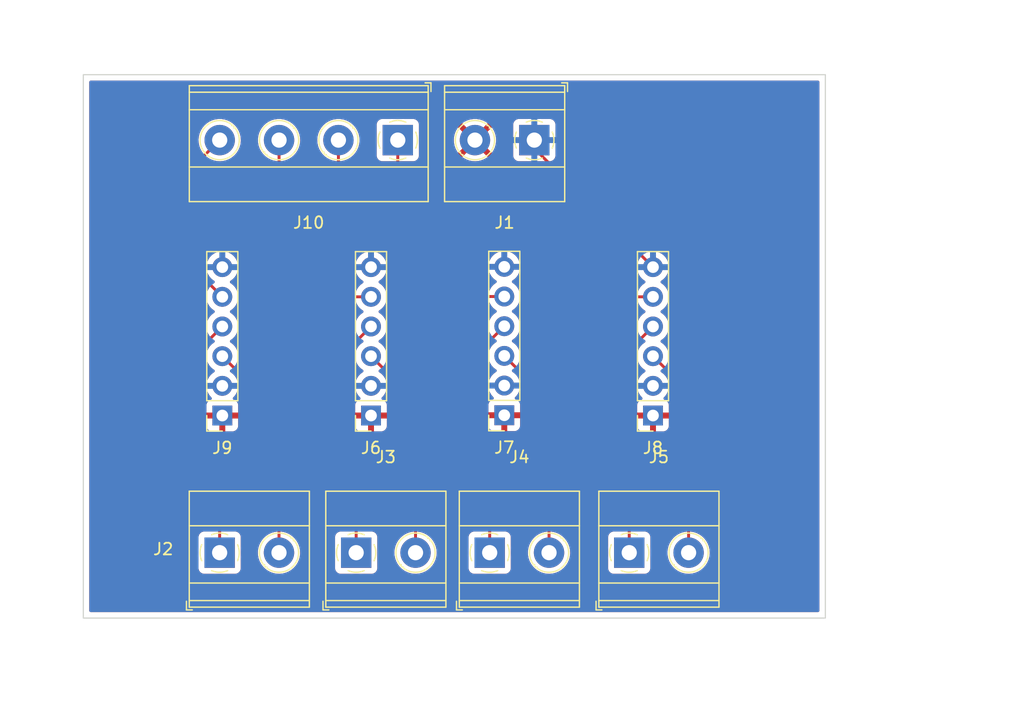
<source format=kicad_pcb>
(kicad_pcb (version 20211014) (generator pcbnew)
  (layers (0 "F.Cu" signal) (31 "B.Cu" signal) (34 "B.Paste" user) (35 "F.Paste" user) (36 "B.SilkS" user "B.Silkscreen") (37 "F.SilkS" user "F.Silkscreen") (38 "B.Mask" user) (39 "F.Mask" user) (44 "Edge.Cuts" user))
  (net 0 "")
  (net 1 "GND")
  (net 2 "+24V")
  (net 3 "Net-(J2-Pad2)")
  (net 4 "Net-(J2-Pad1)")
  (net 5 "Net-(J3-Pad2)")
  (net 6 "Net-(J3-Pad1)")
  (net 7 "Net-(J4-Pad2)")
  (net 8 "Net-(J4-Pad1)")
  (net 9 "Net-(J5-Pad2)")
  (net 10 "Net-(J5-Pad1)")
  (net 11 "Net-(J10-Pad4)")
  (net 12 "Net-(J8-Pad5)")
  (net 13 "Net-(J6-Pad5)")
  (net 14 "Net-(J7-Pad5)")
  (footprint "Connector_PinSocket_2.54mm:PinSocket_1x06_P2.54mm_Vertical" (layer "F.Cu") (at 71.12 90.17 180)
    (fp_text reference "J6" (at 0 -2.77) (layer "F.SilkS"))
    (fp_text value "Conn_01x06_Female")
    (fp_line (start 1.33 -1.33) (end 1.33 0) (layer "F.SilkS") (width 0.12))
    (fp_line (start -1.33 1.27) (end -1.33 14.03) (layer "F.SilkS") (width 0.12))
    (fp_line (start 1.33 1.27) (end 1.33 14.03) (layer "F.SilkS") (width 0.12))
    (fp_line (start -1.33 14.03) (end 1.33 14.03) (layer "F.SilkS") (width 0.12))
    (fp_line (start 0 -1.33) (end 1.33 -1.33) (layer "F.SilkS") (width 0.12))
    (fp_line (start -1.33 1.27) (end 1.33 1.27) (layer "F.SilkS") (width 0.12))
    (pad "1" thru_hole rect (at 0 0 180) (size 1.7 1.7) (drill 1) (layers *.Cu *.Mask) (net 2 "+24V"))
    (pad "2" thru_hole oval (at 0 2.54 180) (size 1.7 1.7) (drill 1) (layers *.Cu *.Mask) (net 1 "GND"))
    (pad "3" thru_hole oval (at 0 5.08 180) (size 1.7 1.7) (drill 1) (layers *.Cu *.Mask) (net 5 "Net-(J3-Pad2)"))
    (pad "4" thru_hole oval (at 0 7.62 180) (size 1.7 1.7) (drill 1) (layers *.Cu *.Mask) (net 6 "Net-(J3-Pad1)"))
    (pad "5" thru_hole oval (at 0 10.16 180) (size 1.7 1.7) (drill 1) (layers *.Cu *.Mask) (net 13 "Net-(J6-Pad5)"))
    (pad "6" thru_hole oval (at 0 12.7 180) (size 1.7 1.7) (drill 1) (layers *.Cu *.Mask) (net 1 "GND"))
  )
  (footprint "Connector_PinSocket_2.54mm:PinSocket_1x06_P2.54mm_Vertical" (layer "F.Cu") (at 82.525 90.145 180)
    (fp_text reference "J7" (at 0 -2.77) (layer "F.SilkS"))
    (fp_text value "Conn_01x06_Female")
    (fp_line (start 1.33 -1.33) (end 1.33 0) (layer "F.SilkS") (width 0.12))
    (fp_line (start -1.33 1.27) (end 1.33 1.27) (layer "F.SilkS") (width 0.12))
    (fp_line (start -1.33 14.03) (end 1.33 14.03) (layer "F.SilkS") (width 0.12))
    (fp_line (start 0 -1.33) (end 1.33 -1.33) (layer "F.SilkS") (width 0.12))
    (fp_line (start -1.33 1.27) (end -1.33 14.03) (layer "F.SilkS") (width 0.12))
    (fp_line (start 1.33 1.27) (end 1.33 14.03) (layer "F.SilkS") (width 0.12))
    (pad "1" thru_hole rect (at 0 0 180) (size 1.7 1.7) (drill 1) (layers *.Cu *.Mask) (net 2 "+24V"))
    (pad "2" thru_hole oval (at 0 2.54 180) (size 1.7 1.7) (drill 1) (layers *.Cu *.Mask) (net 1 "GND"))
    (pad "3" thru_hole oval (at 0 5.08 180) (size 1.7 1.7) (drill 1) (layers *.Cu *.Mask) (net 7 "Net-(J4-Pad2)"))
    (pad "4" thru_hole oval (at 0 7.62 180) (size 1.7 1.7) (drill 1) (layers *.Cu *.Mask) (net 8 "Net-(J4-Pad1)"))
    (pad "5" thru_hole oval (at 0 10.16 180) (size 1.7 1.7) (drill 1) (layers *.Cu *.Mask) (net 14 "Net-(J7-Pad5)"))
    (pad "6" thru_hole oval (at 0 12.7 180) (size 1.7 1.7) (drill 1) (layers *.Cu *.Mask) (net 1 "GND"))
  )
  (footprint "TerminalBlock_Phoenix:TerminalBlock_Phoenix_MKDS-1,5-2-5.08_1x02_P5.08mm_Horizontal" (layer "F.Cu") (at 69.85 101.905)
    (fp_text reference "J3" (at 2.54 -8.179) (layer "F.SilkS"))
    (fp_text value "Thermocouple_Terminal")
    (fp_line (start -2.6 -2.301) (end 7.68 -2.301) (layer "F.SilkS") (width 0.12))
    (fp_line (start 4.046 1.239) (end 4.011 1.274) (layer "F.SilkS") (width 0.12))
    (fp_line (start -2.6 2.6) (end 7.68 2.6) (layer "F.SilkS") (width 0.12))
    (fp_line (start 6.355 -1.069) (end 6.308 -1.023) (layer "F.SilkS") (width 0.12))
    (fp_line (start 6.15 -1.275) (end 6.115 -1.239) (layer "F.SilkS") (width 0.12))
    (fp_line (start -2.6 4.1) (end 7.68 4.1) (layer "F.SilkS") (width 0.12))
    (fp_line (start -2.6 -5.261) (end -2.6 4.66) (layer "F.SilkS") (width 0.12))
    (fp_line (start -2.6 -5.261) (end 7.68 -5.261) (layer "F.SilkS") (width 0.12))
    (fp_line (start -2.6 4.66) (end 7.68 4.66) (layer "F.SilkS") (width 0.12))
    (fp_line (start -2.84 4.16) (end -2.84 4.9) (layer "F.SilkS") (width 0.12))
    (fp_line (start 3.853 1.023) (end 3.806 1.069) (layer "F.SilkS") (width 0.12))
    (fp_line (start -2.84 4.9) (end -2.34 4.9) (layer "F.SilkS") (width 0.12))
    (fp_line (start 7.68 -5.261) (end 7.68 4.66) (layer "F.SilkS") (width 0.12))
    (fp_arc (start 0.683318 1.534756) (mid 0.349292 1.643288) (end 0 1.68) (layer "F.SilkS") (width 0.12))
    (fp_arc (start -0.683042 -1.535427) (mid 0.000524 -1.680501) (end 0.684 -1.535) (layer "F.SilkS") (width 0.12))
    (fp_arc (start -1.535427 0.683042) (mid -1.680501 -0.000524) (end -1.535 -0.684) (layer "F.SilkS") (width 0.12))
    (fp_arc (start 1.535427 -0.683042) (mid 1.680501 0.000524) (end 1.535 0.684) (layer "F.SilkS") (width 0.12))
    (fp_arc (start 0.028805 1.680253) (mid -0.335551 1.646659) (end -0.684 1.535) (layer "F.SilkS") (width 0.12))
    (fp_circle (center 5.08 0) (end 6.76 0) (layer "F.SilkS") (width 0.12) (fill none))
    (pad "1" thru_hole rect locked (at 0 0) (size 2.6 2.6) (drill 1.3) (layers *.Cu *.Mask) (net 6 "Net-(J3-Pad1)"))
    (pad "2" thru_hole circle locked (at 5.08 0) (size 2.6 2.6) (drill 1.3) (layers *.Cu *.Mask) (net 5 "Net-(J3-Pad2)"))
  )
  (footprint "TerminalBlock_Phoenix:TerminalBlock_Phoenix_MKDS-1,5-2-5.08_1x02_P5.08mm_Horizontal" (layer "F.Cu") (at 85.095 66.6 180)
    (fp_text reference "J1" (at 2.545 -7.06) (layer "F.SilkS"))
    (fp_text value "Input_Screw_Terminal")
    (fp_line (start -2.6 4.66) (end 7.68 4.66) (layer "F.SilkS") (width 0.12))
    (fp_line (start -2.6 -2.301) (end 7.68 -2.301) (layer "F.SilkS") (width 0.12))
    (fp_line (start 7.68 -5.261) (end 7.68 4.66) (layer "F.SilkS") (width 0.12))
    (fp_line (start -2.6 -5.261) (end 7.68 -5.261) (layer "F.SilkS") (width 0.12))
    (fp_line (start -2.84 4.16) (end -2.84 4.9) (layer "F.SilkS") (width 0.12))
    (fp_line (start -2.6 -5.261) (end -2.6 4.66) (layer "F.SilkS") (width 0.12))
    (fp_line (start -2.6 2.6) (end 7.68 2.6) (layer "F.SilkS") (width 0.12))
    (fp_line (start 6.355 -1.069) (end 6.308 -1.023) (layer "F.SilkS") (width 0.12))
    (fp_line (start -2.6 4.1) (end 7.68 4.1) (layer "F.SilkS") (width 0.12))
    (fp_line (start -2.84 4.9) (end -2.34 4.9) (layer "F.SilkS") (width 0.12))
    (fp_line (start 6.15 -1.275) (end 6.115 -1.239) (layer "F.SilkS") (width 0.12))
    (fp_line (start 3.853 1.023) (end 3.806 1.069) (layer "F.SilkS") (width 0.12))
    (fp_line (start 4.046 1.239) (end 4.011 1.274) (layer "F.SilkS") (width 0.12))
    (fp_arc (start 0.683318 1.534756) (mid 0.349292 1.643288) (end 0 1.68) (layer "F.SilkS") (width 0.12))
    (fp_arc (start 0.028805 1.680253) (mid -0.335551 1.646659) (end -0.684 1.535) (layer "F.SilkS") (width 0.12))
    (fp_arc (start 1.535427 -0.683042) (mid 1.680501 0.000524) (end 1.535 0.684) (layer "F.SilkS") (width 0.12))
    (fp_arc (start -0.683042 -1.535427) (mid 0.000524 -1.680501) (end 0.684 -1.535) (layer "F.SilkS") (width 0.12))
    (fp_arc (start -1.535427 0.683042) (mid -1.680501 -0.000524) (end -1.535 -0.684) (layer "F.SilkS") (width 0.12))
    (fp_circle (center 5.08 0) (end 6.76 0) (layer "F.SilkS") (width 0.12) (fill none))
    (pad "1" thru_hole rect locked (at 0 0 180) (size 2.6 2.6) (drill 1.3) (layers *.Cu *.Mask) (net 1 "GND"))
    (pad "2" thru_hole circle locked (at 5.08 0 180) (size 2.6 2.6) (drill 1.3) (layers *.Cu *.Mask) (net 2 "+24V"))
  )
  (footprint "TerminalBlock_Phoenix:TerminalBlock_Phoenix_MKDS-1,5-2-5.08_1x02_P5.08mm_Horizontal" (layer "F.Cu") (at 58.166 101.905)
    (fp_text reference "J2" (at -4.826 -0.305) (layer "F.SilkS"))
    (fp_text value "Thermocouple_Terminal")
    (fp_line (start -2.84 4.9) (end -2.34 4.9) (layer "F.SilkS") (width 0.12))
    (fp_line (start -2.6 2.6) (end 7.68 2.6) (layer "F.SilkS") (width 0.12))
    (fp_line (start -2.6 4.1) (end 7.68 4.1) (layer "F.SilkS") (width 0.12))
    (fp_line (start -2.6 -5.261) (end 7.68 -5.261) (layer "F.SilkS") (width 0.12))
    (fp_line (start -2.6 -2.301) (end 7.68 -2.301) (layer "F.SilkS") (width 0.12))
    (fp_line (start -2.84 4.16) (end -2.84 4.9) (layer "F.SilkS") (width 0.12))
    (fp_line (start -2.6 4.66) (end 7.68 4.66) (layer "F.SilkS") (width 0.12))
    (fp_line (start -2.6 -5.261) (end -2.6 4.66) (layer "F.SilkS") (width 0.12))
    (fp_line (start 4.046 1.239) (end 4.011 1.274) (layer "F.SilkS") (width 0.12))
    (fp_line (start 7.68 -5.261) (end 7.68 4.66) (layer "F.SilkS") (width 0.12))
    (fp_line (start 3.853 1.023) (end 3.806 1.069) (layer "F.SilkS") (width 0.12))
    (fp_line (start 6.355 -1.069) (end 6.308 -1.023) (layer "F.SilkS") (width 0.12))
    (fp_line (start 6.15 -1.275) (end 6.115 -1.239) (layer "F.SilkS") (width 0.12))
    (fp_arc (start 0.028805 1.680253) (mid -0.335551 1.646659) (end -0.684 1.535) (layer "F.SilkS") (width 0.12))
    (fp_arc (start -1.535427 0.683042) (mid -1.680501 -0.000524) (end -1.535 -0.684) (layer "F.SilkS") (width 0.12))
    (fp_arc (start -0.683042 -1.535427) (mid 0.000524 -1.680501) (end 0.684 -1.535) (layer "F.SilkS") (width 0.12))
    (fp_arc (start 0.683318 1.534756) (mid 0.349292 1.643288) (end 0 1.68) (layer "F.SilkS") (width 0.12))
    (fp_arc (start 1.535427 -0.683042) (mid 1.680501 0.000524) (end 1.535 0.684) (layer "F.SilkS") (width 0.12))
    (fp_circle (center 5.08 0) (end 6.76 0) (layer "F.SilkS") (width 0.12) (fill none))
    (pad "1" thru_hole rect locked (at 0 0) (size 2.6 2.6) (drill 1.3) (layers *.Cu *.Mask) (net 4 "Net-(J2-Pad1)"))
    (pad "2" thru_hole circle locked (at 5.08 0) (size 2.6 2.6) (drill 1.3) (layers *.Cu *.Mask) (net 3 "Net-(J2-Pad2)"))
  )
  (footprint "TerminalBlock_Phoenix:TerminalBlock_Phoenix_MKDS-1,5-4-5.08_1x04_P5.08mm_Horizontal" (layer "F.Cu") (at 73.411 66.6 180)
    (fp_text reference "J10" (at 7.62 -7.06) (layer "F.SilkS"))
    (fp_text value "Output_Screw_Terminal")
    (fp_line (start 14.013 1.023) (end 13.966 1.069) (layer "F.SilkS") (width 0.12))
    (fp_line (start 4.046 1.239) (end 4.011 1.274) (layer "F.SilkS") (width 0.12))
    (fp_line (start 9.126 1.239) (end 9.091 1.274) (layer "F.SilkS") (width 0.12))
    (fp_line (start 16.515 -1.069) (end 16.468 -1.023) (layer "F.SilkS") (width 0.12))
    (fp_line (start -2.6 2.6) (end 17.84 2.6) (layer "F.SilkS") (width 0.12))
    (fp_line (start 14.206 1.239) (end 14.171 1.274) (layer "F.SilkS") (width 0.12))
    (fp_line (start -2.6 -5.261) (end -2.6 4.66) (layer "F.SilkS") (width 0.12))
    (fp_line (start 6.355 -1.069) (end 6.308 -1.023) (layer "F.SilkS") (width 0.12))
    (fp_line (start 11.435 -1.069) (end 11.388 -1.023) (layer "F.SilkS") (width 0.12))
    (fp_line (start -2.84 4.16) (end -2.84 4.9) (layer "F.SilkS") (width 0.12))
    (fp_line (start 3.853 1.023) (end 3.806 1.069) (layer "F.SilkS") (width 0.12))
    (fp_line (start 17.84 -5.261) (end 17.84 4.66) (layer "F.SilkS") (width 0.12))
    (fp_line (start 8.933 1.023) (end 8.886 1.069) (layer "F.SilkS") (width 0.12))
    (fp_line (start 11.23 -1.275) (end 11.195 -1.239) (layer "F.SilkS") (width 0.12))
    (fp_line (start 16.31 -1.275) (end 16.275 -1.239) (layer "F.SilkS") (width 0.12))
    (fp_line (start 6.15 -1.275) (end 6.115 -1.239) (layer "F.SilkS") (width 0.12))
    (fp_line (start -2.6 4.66) (end 17.84 4.66) (layer "F.SilkS") (width 0.12))
    (fp_line (start -2.6 -5.261) (end 17.84 -5.261) (layer "F.SilkS") (width 0.12))
    (fp_line (start -2.84 4.9) (end -2.34 4.9) (layer "F.SilkS") (width 0.12))
    (fp_line (start -2.6 4.1) (end 17.84 4.1) (layer "F.SilkS") (width 0.12))
    (fp_line (start -2.6 -2.301) (end 17.84 -2.301) (layer "F.SilkS") (width 0.12))
    (fp_arc (start 0.683318 1.534756) (mid 0.349292 1.643288) (end 0 1.68) (layer "F.SilkS") (width 0.12))
    (fp_arc (start 1.535427 -0.683042) (mid 1.680501 0.000524) (end 1.535 0.684) (layer "F.SilkS") (width 0.12))
    (fp_arc (start -0.683042 -1.535427) (mid 0.000524 -1.680501) (end 0.684 -1.535) (layer "F.SilkS") (width 0.12))
    (fp_arc (start 0.028805 1.680253) (mid -0.335551 1.646659) (end -0.684 1.535) (layer "F.SilkS") (width 0.12))
    (fp_arc (start -1.535427 0.683042) (mid -1.680501 -0.000524) (end -1.535 -0.684) (layer "F.SilkS") (width 0.12))
    (fp_circle (center 15.24 0) (end 16.92 0) (layer "F.SilkS") (width 0.12) (fill none))
    (fp_circle (center 10.16 0) (end 11.84 0) (layer "F.SilkS") (width 0.12) (fill none))
    (fp_circle (center 5.08 0) (end 6.76 0) (layer "F.SilkS") (width 0.12) (fill none))
    (pad "1" thru_hole rect locked (at 0 0 180) (size 2.6 2.6) (drill 1.3) (layers *.Cu *.Mask) (net 12 "Net-(J8-Pad5)"))
    (pad "2" thru_hole circle locked (at 5.08 0 180) (size 2.6 2.6) (drill 1.3) (layers *.Cu *.Mask) (net 14 "Net-(J7-Pad5)"))
    (pad "3" thru_hole circle locked (at 10.16 0 180) (size 2.6 2.6) (drill 1.3) (layers *.Cu *.Mask) (net 13 "Net-(J6-Pad5)"))
    (pad "4" thru_hole circle locked (at 15.24 0 180) (size 2.6 2.6) (drill 1.3) (layers *.Cu *.Mask) (net 11 "Net-(J10-Pad4)"))
  )
  (footprint "Connector_PinSocket_2.54mm:PinSocket_1x06_P2.54mm_Vertical" (layer "F.Cu") (at 95.25 90.17 180)
    (fp_text reference "J8" (at 0 -2.77) (layer "F.SilkS"))
    (fp_text value "Conn_01x06_Female")
    (fp_line (start 1.33 1.27) (end 1.33 14.03) (layer "F.SilkS") (width 0.12))
    (fp_line (start -1.33 1.27) (end -1.33 14.03) (layer "F.SilkS") (width 0.12))
    (fp_line (start -1.33 14.03) (end 1.33 14.03) (layer "F.SilkS") (width 0.12))
    (fp_line (start 0 -1.33) (end 1.33 -1.33) (layer "F.SilkS") (width 0.12))
    (fp_line (start 1.33 -1.33) (end 1.33 0) (layer "F.SilkS") (width 0.12))
    (fp_line (start -1.33 1.27) (end 1.33 1.27) (layer "F.SilkS") (width 0.12))
    (pad "1" thru_hole rect (at 0 0 180) (size 1.7 1.7) (drill 1) (layers *.Cu *.Mask) (net 2 "+24V"))
    (pad "2" thru_hole oval (at 0 2.54 180) (size 1.7 1.7) (drill 1) (layers *.Cu *.Mask) (net 1 "GND"))
    (pad "3" thru_hole oval (at 0 5.08 180) (size 1.7 1.7) (drill 1) (layers *.Cu *.Mask) (net 9 "Net-(J5-Pad2)"))
    (pad "4" thru_hole oval (at 0 7.62 180) (size 1.7 1.7) (drill 1) (layers *.Cu *.Mask) (net 10 "Net-(J5-Pad1)"))
    (pad "5" thru_hole oval (at 0 10.16 180) (size 1.7 1.7) (drill 1) (layers *.Cu *.Mask) (net 12 "Net-(J8-Pad5)"))
    (pad "6" thru_hole oval (at 0 12.7 180) (size 1.7 1.7) (drill 1) (layers *.Cu *.Mask) (net 1 "GND"))
  )
  (footprint "Connector_PinSocket_2.54mm:PinSocket_1x06_P2.54mm_Vertical" (layer "F.Cu") (at 58.395 90.17 180)
    (fp_text reference "J9" (at 0 -2.77) (layer "F.SilkS"))
    (fp_text value "Conn_01x06_Female")
    (fp_line (start -1.33 14.03) (end 1.33 14.03) (layer "F.SilkS") (width 0.12))
    (fp_line (start 1.33 1.27) (end 1.33 14.03) (layer "F.SilkS") (width 0.12))
    (fp_line (start 0 -1.33) (end 1.33 -1.33) (layer "F.SilkS") (width 0.12))
    (fp_line (start -1.33 1.27) (end -1.33 14.03) (layer "F.SilkS") (width 0.12))
    (fp_line (start 1.33 -1.33) (end 1.33 0) (layer "F.SilkS") (width 0.12))
    (fp_line (start -1.33 1.27) (end 1.33 1.27) (layer "F.SilkS") (width 0.12))
    (pad "1" thru_hole rect (at 0 0 180) (size 1.7 1.7) (drill 1) (layers *.Cu *.Mask) (net 2 "+24V"))
    (pad "2" thru_hole oval (at 0 2.54 180) (size 1.7 1.7) (drill 1) (layers *.Cu *.Mask) (net 1 "GND"))
    (pad "3" thru_hole oval (at 0 5.08 180) (size 1.7 1.7) (drill 1) (layers *.Cu *.Mask) (net 3 "Net-(J2-Pad2)"))
    (pad "4" thru_hole oval (at 0 7.62 180) (size 1.7 1.7) (drill 1) (layers *.Cu *.Mask) (net 4 "Net-(J2-Pad1)"))
    (pad "5" thru_hole oval (at 0 10.16 180) (size 1.7 1.7) (drill 1) (layers *.Cu *.Mask) (net 11 "Net-(J10-Pad4)"))
    (pad "6" thru_hole oval (at 0 12.7 180) (size 1.7 1.7) (drill 1) (layers *.Cu *.Mask) (net 1 "GND"))
  )
  (footprint "TerminalBlock_Phoenix:TerminalBlock_Phoenix_MKDS-1,5-2-5.08_1x02_P5.08mm_Horizontal" (layer "F.Cu") (at 93.218 101.905)
    (fp_text reference "J5" (at 2.54 -8.179) (layer "F.SilkS"))
    (fp_text value "Thermocouple_Terminal")
    (fp_line (start -2.84 4.9) (end -2.34 4.9) (layer "F.SilkS") (width 0.12))
    (fp_line (start -2.6 4.1) (end 7.68 4.1) (layer "F.SilkS") (width 0.12))
    (fp_line (start -2.6 -5.261) (end -2.6 4.66) (layer "F.SilkS") (width 0.12))
    (fp_line (start -2.6 -2.301) (end 7.68 -2.301) (layer "F.SilkS") (width 0.12))
    (fp_line (start -2.6 4.66) (end 7.68 4.66) (layer "F.SilkS") (width 0.12))
    (fp_line (start 6.355 -1.069) (end 6.308 -1.023) (layer "F.SilkS") (width 0.12))
    (fp_line (start 3.853 1.023) (end 3.806 1.069) (layer "F.SilkS") (width 0.12))
    (fp_line (start -2.84 4.16) (end -2.84 4.9) (layer "F.SilkS") (width 0.12))
    (fp_line (start -2.6 2.6) (end 7.68 2.6) (layer "F.SilkS") (width 0.12))
    (fp_line (start 7.68 -5.261) (end 7.68 4.66) (layer "F.SilkS") (width 0.12))
    (fp_line (start 6.15 -1.275) (end 6.115 -1.239) (layer "F.SilkS") (width 0.12))
    (fp_line (start 4.046 1.239) (end 4.011 1.274) (layer "F.SilkS") (width 0.12))
    (fp_line (start -2.6 -5.261) (end 7.68 -5.261) (layer "F.SilkS") (width 0.12))
    (fp_arc (start 0.683318 1.534756) (mid 0.349292 1.643288) (end 0 1.68) (layer "F.SilkS") (width 0.12))
    (fp_arc (start -0.683042 -1.535427) (mid 0.000524 -1.680501) (end 0.684 -1.535) (layer "F.SilkS") (width 0.12))
    (fp_arc (start -1.535427 0.683042) (mid -1.680501 -0.000524) (end -1.535 -0.684) (layer "F.SilkS") (width 0.12))
    (fp_arc (start 0.028805 1.680253) (mid -0.335551 1.646659) (end -0.684 1.535) (layer "F.SilkS") (width 0.12))
    (fp_arc (start 1.535427 -0.683042) (mid 1.680501 0.000524) (end 1.535 0.684) (layer "F.SilkS") (width 0.12))
    (fp_circle (center 5.08 0) (end 6.76 0) (layer "F.SilkS") (width 0.12) (fill none))
    (pad "1" thru_hole rect locked (at 0 0) (size 2.6 2.6) (drill 1.3) (layers *.Cu *.Mask) (net 10 "Net-(J5-Pad1)"))
    (pad "2" thru_hole circle locked (at 5.08 0) (size 2.6 2.6) (drill 1.3) (layers *.Cu *.Mask) (net 9 "Net-(J5-Pad2)"))
  )
  (footprint "TerminalBlock_Phoenix:TerminalBlock_Phoenix_MKDS-1,5-2-5.08_1x02_P5.08mm_Horizontal" (layer "F.Cu") (at 81.275 101.905)
    (fp_text reference "J4" (at 2.54 -8.179) (layer "F.SilkS"))
    (fp_text value "Thermocouple_Terminal")
    (fp_line (start 3.853 1.023) (end 3.806 1.069) (layer "F.SilkS") (width 0.12))
    (fp_line (start -2.6 -5.261) (end -2.6 4.66) (layer "F.SilkS") (width 0.12))
    (fp_line (start -2.84 4.9) (end -2.34 4.9) (layer "F.SilkS") (width 0.12))
    (fp_line (start -2.6 4.66) (end 7.68 4.66) (layer "F.SilkS") (width 0.12))
    (fp_line (start -2.6 -2.301) (end 7.68 -2.301) (layer "F.SilkS") (width 0.12))
    (fp_line (start 7.68 -5.261) (end 7.68 4.66) (layer "F.SilkS") (width 0.12))
    (fp_line (start 6.355 -1.069) (end 6.308 -1.023) (layer "F.SilkS") (width 0.12))
    (fp_line (start -2.84 4.16) (end -2.84 4.9) (layer "F.SilkS") (width 0.12))
    (fp_line (start -2.6 4.1) (end 7.68 4.1) (layer "F.SilkS") (width 0.12))
    (fp_line (start 4.046 1.239) (end 4.011 1.274) (layer "F.SilkS") (width 0.12))
    (fp_line (start 6.15 -1.275) (end 6.115 -1.239) (layer "F.SilkS") (width 0.12))
    (fp_line (start -2.6 -5.261) (end 7.68 -5.261) (layer "F.SilkS") (width 0.12))
    (fp_line (start -2.6 2.6) (end 7.68 2.6) (layer "F.SilkS") (width 0.12))
    (fp_arc (start 1.535427 -0.683042) (mid 1.680501 0.000524) (end 1.535 0.684) (layer "F.SilkS") (width 0.12))
    (fp_arc (start 0.028805 1.680253) (mid -0.335551 1.646659) (end -0.684 1.535) (layer "F.SilkS") (width 0.12))
    (fp_arc (start 0.683318 1.534756) (mid 0.349292 1.643288) (end 0 1.68) (layer "F.SilkS") (width 0.12))
    (fp_arc (start -1.535427 0.683042) (mid -1.680501 -0.000524) (end -1.535 -0.684) (layer "F.SilkS") (width 0.12))
    (fp_arc (start -0.683042 -1.535427) (mid 0.000524 -1.680501) (end 0.684 -1.535) (layer "F.SilkS") (width 0.12))
    (fp_circle (center 5.08 0) (end 6.76 0) (layer "F.SilkS") (width 0.12) (fill none))
    (pad "1" thru_hole rect locked (at 0 0) (size 2.6 2.6) (drill 1.3) (layers *.Cu *.Mask) (net 8 "Net-(J4-Pad1)"))
    (pad "2" thru_hole circle locked (at 5.08 0) (size 2.6 2.6) (drill 1.3) (layers *.Cu *.Mask) (net 7 "Net-(J4-Pad2)"))
  )
  (gr_rect (start 46.5 61) (end 110 107.5) (layer "Edge.Cuts") (width 0.1) (fill none))
  (segment (start 85.095 67.315) (end 85.095 66.6) (width 0.25) (layer "F.Cu") (net 1))
  (segment (start 95.25 77.47) (end 85.095 67.315) (width 0.25) (layer "F.Cu") (net 1))
  (segment (start 63.246 89.941) (end 58.395 85.09) (width 0.25) (layer "F.Cu") (net 3))
  (segment (start 63.246 101.905) (end 63.246 89.941) (width 0.25) (layer "F.Cu") (net 3))
  (segment (start 58.166 101.905) (end 58.166 97.536) (width 0.25) (layer "F.Cu") (net 4))
  (segment (start 53.34 92.71) (end 53.34 87.605) (width 0.25) (layer "F.Cu") (net 4))
  (segment (start 53.34 87.605) (end 58.395 82.55) (width 0.25) (layer "F.Cu") (net 4))
  (segment (start 58.166 97.536) (end 53.34 92.71) (width 0.25) (layer "F.Cu") (net 4))
  (segment (start 74.93 101.905) (end 74.93 88.9) (width 0.25) (layer "F.Cu") (net 5))
  (segment (start 74.93 88.9) (end 71.12 85.09) (width 0.25) (layer "F.Cu") (net 5))
  (segment (start 69.85 101.905) (end 69.85 96.52) (width 0.25) (layer "F.Cu") (net 6))
  (segment (start 66.04 92.71) (end 66.04 87.63) (width 0.25) (layer "F.Cu") (net 6))
  (segment (start 66.04 87.63) (end 71.12 82.55) (width 0.25) (layer "F.Cu") (net 6))
  (segment (start 69.85 96.52) (end 66.04 92.71) (width 0.25) (layer "F.Cu") (net 6))
  (segment (start 86.355 88.895) (end 82.525 85.065) (width 0.25) (layer "F.Cu") (net 7))
  (segment (start 86.355 101.905) (end 86.355 88.895) (width 0.25) (layer "F.Cu") (net 7))
  (segment (start 81.275 101.905) (end 81.275 97.785) (width 0.25) (layer "F.Cu") (net 8))
  (segment (start 81.275 97.785) (end 77.47 93.98) (width 0.25) (layer "F.Cu") (net 8))
  (segment (start 77.47 93.98) (end 77.47 87.58) (width 0.25) (layer "F.Cu") (net 8))
  (segment (start 77.47 87.58) (end 82.525 82.525) (width 0.25) (layer "F.Cu") (net 8))
  (segment (start 98.298 88.138) (end 95.25 85.09) (width 0.25) (layer "F.Cu") (net 9))
  (segment (start 98.298 101.905) (end 98.298 88.138) (width 0.25) (layer "F.Cu") (net 9))
  (segment (start 90.17 87.63) (end 95.25 82.55) (width 0.25) (layer "F.Cu") (net 10))
  (segment (start 93.218 101.905) (end 93.218 97.028) (width 0.25) (layer "F.Cu") (net 10))
  (segment (start 93.218 97.028) (end 90.17 93.98) (width 0.25) (layer "F.Cu") (net 10))
  (segment (start 90.17 93.98) (end 90.17 87.63) (width 0.25) (layer "F.Cu") (net 10))
  (segment (start 54.61 70.161) (end 58.171 66.6) (width 0.25) (layer "F.Cu") (net 11))
  (segment (start 54.61 76.225) (end 54.61 70.161) (width 0.25) (layer "F.Cu") (net 11))
  (segment (start 58.395 80.01) (end 54.61 76.225) (width 0.25) (layer "F.Cu") (net 11))
  (segment (start 73.411 69.601) (end 73.411 66.6) (width 0.25) (layer "F.Cu") (net 12))
  (segment (start 74.93 71.12) (end 73.411 69.601) (width 0.25) (layer "F.Cu") (net 12))
  (segment (start 91.44 80.01) (end 82.55 71.12) (width 0.25) (layer "F.Cu") (net 12))
  (segment (start 95.25 80.01) (end 91.44 80.01) (width 0.25) (layer "F.Cu") (net 12))
  (segment (start 82.55 71.12) (end 74.93 71.12) (width 0.25) (layer "F.Cu") (net 12))
  (segment (start 63.251 77.221) (end 63.251 66.6) (width 0.25) (layer "F.Cu") (net 13))
  (segment (start 66.04 80.01) (end 63.251 77.221) (width 0.25) (layer "F.Cu") (net 13))
  (segment (start 71.12 80.01) (end 66.04 80.01) (width 0.25) (layer "F.Cu") (net 13))
  (segment (start 77.495 79.985) (end 77.47 80.01) (width 0.25) (layer "F.Cu") (net 14))
  (segment (start 68.331 70.871) (end 68.331 66.6) (width 0.25) (layer "F.Cu") (net 14))
  (segment (start 82.525 79.985) (end 77.495 79.985) (width 0.25) (layer "F.Cu") (net 14))
  (segment (start 77.47 80.01) (end 68.331 70.871) (width 0.25) (layer "F.Cu") (net 14))
  (zone (net 2) (net_name "+24V") (layer "F.Cu") (connect_pads (clearance 0.508)) (min_thickness 0.254) (fill yes (thermal_gap 0.508) (thermal_bridge_width 0.508))
    (polygon (pts (xy 123.19 109.22) (xy 43.18 109.22) (xy 43.18 58.42) (xy 123.19 58.42)))
  )
  (zone (net 1) (net_name "GND") (layer "B.Cu") (connect_pads (clearance 0.508)) (min_thickness 0.254) (fill yes (thermal_gap 0.508) (thermal_bridge_width 0.508))
    (polygon (pts (xy 127 111.76) (xy 39.37 111.76) (xy 39.37 54.61) (xy 127 54.61)))
  )
)
</source>
